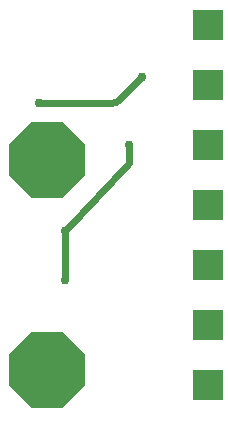
<source format=gbl>
G75*
%MOIN*%
%OFA0B0*%
%FSLAX25Y25*%
%IPPOS*%
%LPD*%
%AMOC8*
5,1,8,0,0,1.08239X$1,22.5*
%
%ADD10R,0.04362X0.04362*%
%ADD11R,0.10000X0.10000*%
%ADD12OC8,0.25400*%
%ADD13OC8,0.04362*%
%ADD14C,0.00300*%
%ADD15C,0.02978*%
%ADD16C,0.02400*%
D10*
X0067250Y0008500D03*
X0067250Y0013500D03*
X0072250Y0013500D03*
X0072250Y0008500D03*
X0072250Y0028500D03*
X0072250Y0033500D03*
X0067250Y0033500D03*
X0067250Y0028500D03*
X0067250Y0048500D03*
X0067250Y0053500D03*
X0072250Y0053500D03*
X0072250Y0048500D03*
X0072250Y0068500D03*
X0072250Y0073500D03*
X0067250Y0073500D03*
X0067250Y0068500D03*
X0067250Y0088500D03*
X0067250Y0093500D03*
X0072250Y0093500D03*
X0072250Y0088500D03*
X0072250Y0108500D03*
X0072250Y0113500D03*
X0067250Y0113500D03*
X0067250Y0108500D03*
X0067250Y0128500D03*
X0067250Y0133500D03*
X0072250Y0133500D03*
X0072250Y0128500D03*
D11*
X0069750Y0131000D03*
X0069750Y0111000D03*
X0069750Y0091000D03*
X0069750Y0071000D03*
X0069750Y0051000D03*
X0069750Y0031000D03*
X0069750Y0011000D03*
D12*
X0016000Y0016000D03*
X0016000Y0086000D03*
D13*
X0009125Y0009125D03*
X0006000Y0016000D03*
X0009125Y0022875D03*
X0016000Y0026000D03*
X0022875Y0022875D03*
X0026000Y0016000D03*
X0022875Y0009125D03*
X0016000Y0006000D03*
X0016000Y0076000D03*
X0022875Y0079125D03*
X0026000Y0086000D03*
X0022875Y0092875D03*
X0016000Y0096000D03*
X0009125Y0092875D03*
X0006000Y0086000D03*
X0009125Y0079125D03*
D14*
X0067250Y0073500D02*
X0069702Y0071048D01*
X0067250Y0068596D01*
X0067250Y0068500D01*
X0069750Y0071000D02*
X0072250Y0068500D01*
X0069702Y0071048D02*
X0070148Y0071494D01*
X0072154Y0073500D01*
X0072250Y0073500D01*
X0069750Y0071000D02*
X0069702Y0071048D01*
X0067250Y0088500D02*
X0067250Y0088666D01*
X0069667Y0091083D01*
X0069750Y0091000D01*
X0072250Y0088500D01*
X0069667Y0091083D02*
X0069207Y0091543D01*
X0071164Y0093500D01*
X0072250Y0093500D01*
X0069207Y0091543D02*
X0067250Y0093500D01*
X0067250Y0108500D02*
X0067250Y0108552D01*
X0069724Y0111026D01*
X0069750Y0111000D01*
X0069724Y0111026D02*
X0069356Y0111394D01*
X0069964Y0112002D01*
X0072250Y0109716D01*
X0072250Y0108500D01*
X0069356Y0111394D02*
X0067250Y0113500D01*
X0069964Y0112002D02*
X0071462Y0113500D01*
X0072250Y0113500D01*
X0069750Y0131000D02*
X0067250Y0133500D01*
X0067250Y0053500D02*
X0069553Y0051197D01*
X0067250Y0048893D01*
X0067250Y0048500D01*
X0069750Y0051000D02*
X0072250Y0048500D01*
X0069553Y0051197D02*
X0070240Y0051883D01*
X0071857Y0053500D01*
X0072250Y0053500D01*
X0069750Y0051000D02*
X0069553Y0051197D01*
X0067250Y0033500D02*
X0069680Y0031070D01*
X0067250Y0028639D01*
X0067250Y0028500D01*
X0069750Y0031000D02*
X0072250Y0028500D01*
X0069750Y0031000D02*
X0069680Y0031070D01*
X0072111Y0033500D01*
X0072250Y0033500D01*
X0072250Y0013500D02*
X0069750Y0011000D01*
X0069722Y0010972D01*
X0072194Y0008500D01*
X0072250Y0008500D01*
X0069750Y0011000D02*
X0067250Y0013500D01*
X0069722Y0010972D02*
X0067250Y0008500D01*
D15*
X0022250Y0046000D03*
X0022250Y0062250D03*
X0043500Y0091000D03*
X0047752Y0113500D03*
X0013500Y0104750D03*
D16*
X0037250Y0104750D01*
X0039002Y0105252D01*
X0047752Y0113500D01*
X0043500Y0091000D02*
X0043500Y0084750D01*
X0022250Y0062250D01*
X0022250Y0046000D01*
M02*

</source>
